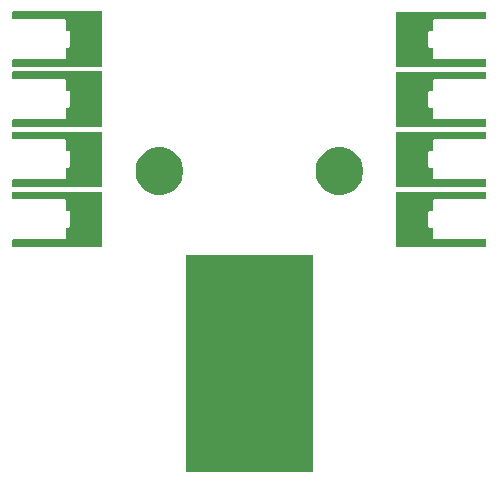
<source format=gbr>
G04 #@! TF.GenerationSoftware,KiCad,Pcbnew,5.1.4*
G04 #@! TF.CreationDate,2023-03-01T06:14:34-07:00*
G04 #@! TF.ProjectId,sleigh,736c6569-6768-42e6-9b69-6361645f7063,rev?*
G04 #@! TF.SameCoordinates,Original*
G04 #@! TF.FileFunction,Soldermask,Top*
G04 #@! TF.FilePolarity,Negative*
%FSLAX46Y46*%
G04 Gerber Fmt 4.6, Leading zero omitted, Abs format (unit mm)*
G04 Created by KiCad (PCBNEW 5.1.4) date 2023-03-01 06:14:34*
%MOMM*%
%LPD*%
G04 APERTURE LIST*
%ADD10C,0.100000*%
G04 APERTURE END LIST*
D10*
G36*
X157734000Y-110744000D02*
G01*
X147066000Y-110744000D01*
X147066000Y-92456000D01*
X157734000Y-92456000D01*
X157734000Y-110744000D01*
G37*
X157734000Y-110744000D02*
X147066000Y-110744000D01*
X147066000Y-92456000D01*
X157734000Y-92456000D01*
X157734000Y-110744000D01*
G36*
X154580000Y-94577000D02*
G01*
X154220000Y-94577000D01*
X154220000Y-92875000D01*
X154580000Y-92875000D01*
X154580000Y-94577000D01*
X154580000Y-94577000D01*
G37*
G36*
X153780000Y-94577000D02*
G01*
X153420000Y-94577000D01*
X153420000Y-92875000D01*
X153780000Y-92875000D01*
X153780000Y-94577000D01*
X153780000Y-94577000D01*
G37*
G36*
X152980000Y-94577000D02*
G01*
X152620000Y-94577000D01*
X152620000Y-92875000D01*
X152980000Y-92875000D01*
X152980000Y-94577000D01*
X152980000Y-94577000D01*
G37*
G36*
X152180000Y-94577000D02*
G01*
X151820000Y-94577000D01*
X151820000Y-92875000D01*
X152180000Y-92875000D01*
X152180000Y-94577000D01*
X152180000Y-94577000D01*
G37*
G36*
X151380000Y-94577000D02*
G01*
X151020000Y-94577000D01*
X151020000Y-92875000D01*
X151380000Y-92875000D01*
X151380000Y-94577000D01*
X151380000Y-94577000D01*
G37*
G36*
X150580000Y-94577000D02*
G01*
X150220000Y-94577000D01*
X150220000Y-92875000D01*
X150580000Y-92875000D01*
X150580000Y-94577000D01*
X150580000Y-94577000D01*
G37*
G36*
X149780000Y-94577000D02*
G01*
X149420000Y-94577000D01*
X149420000Y-92875000D01*
X149780000Y-92875000D01*
X149780000Y-94577000D01*
X149780000Y-94577000D01*
G37*
G36*
X157601000Y-94577000D02*
G01*
X155999000Y-94577000D01*
X155999000Y-92475000D01*
X157601000Y-92475000D01*
X157601000Y-94577000D01*
X157601000Y-94577000D01*
G37*
G36*
X148801000Y-94577000D02*
G01*
X147199000Y-94577000D01*
X147199000Y-92475000D01*
X148801000Y-92475000D01*
X148801000Y-94577000D01*
X148801000Y-94577000D01*
G37*
G36*
X155380000Y-94577000D02*
G01*
X155020000Y-94577000D01*
X155020000Y-92875000D01*
X155380000Y-92875000D01*
X155380000Y-94577000D01*
X155380000Y-94577000D01*
G37*
G36*
X139903999Y-87097737D02*
G01*
X139913608Y-87100652D01*
X139922472Y-87105390D01*
X139930237Y-87111763D01*
X139936610Y-87119528D01*
X139941348Y-87128392D01*
X139944263Y-87138001D01*
X139945852Y-87154140D01*
X139945852Y-88691859D01*
X139944090Y-88709748D01*
X139944090Y-88734252D01*
X139945000Y-88738828D01*
X139945000Y-90158649D01*
X139943488Y-90173999D01*
X139944090Y-90186252D01*
X139945852Y-90204141D01*
X139945852Y-91741860D01*
X139944263Y-91757999D01*
X139941348Y-91767608D01*
X139936610Y-91776472D01*
X139930237Y-91784237D01*
X139922472Y-91790610D01*
X139913608Y-91795348D01*
X139903999Y-91798263D01*
X139887860Y-91799852D01*
X132400140Y-91799852D01*
X132384001Y-91798263D01*
X132374392Y-91795348D01*
X132365528Y-91790610D01*
X132357763Y-91784237D01*
X132351390Y-91776472D01*
X132346652Y-91767608D01*
X132343737Y-91757999D01*
X132342148Y-91741860D01*
X132342148Y-91204140D01*
X132343737Y-91188001D01*
X132346652Y-91178392D01*
X132351390Y-91169528D01*
X132357763Y-91161763D01*
X132365528Y-91155390D01*
X132374392Y-91150652D01*
X132384001Y-91147737D01*
X132400140Y-91146148D01*
X136717149Y-91146148D01*
X136741535Y-91143746D01*
X136764984Y-91136633D01*
X136786595Y-91125082D01*
X136805537Y-91109537D01*
X136821082Y-91090595D01*
X136832633Y-91068984D01*
X136839746Y-91045535D01*
X136842148Y-91021149D01*
X136842148Y-90204140D01*
X136843737Y-90188001D01*
X136846652Y-90178392D01*
X136851390Y-90169528D01*
X136857763Y-90161763D01*
X136865528Y-90155390D01*
X136874392Y-90150652D01*
X136884001Y-90147737D01*
X136900140Y-90146148D01*
X137118001Y-90146148D01*
X137142387Y-90143746D01*
X137165836Y-90136633D01*
X137187447Y-90125082D01*
X137206389Y-90109537D01*
X137221934Y-90090595D01*
X137233485Y-90068984D01*
X137240598Y-90045535D01*
X137243000Y-90021149D01*
X137243000Y-88874851D01*
X137240598Y-88850465D01*
X137233485Y-88827016D01*
X137221934Y-88805405D01*
X137206389Y-88786463D01*
X137187447Y-88770918D01*
X137165836Y-88759367D01*
X137142387Y-88752254D01*
X137118001Y-88749852D01*
X136900140Y-88749852D01*
X136884001Y-88748263D01*
X136874392Y-88745348D01*
X136865528Y-88740610D01*
X136857763Y-88734237D01*
X136851390Y-88726472D01*
X136846652Y-88717608D01*
X136843737Y-88707999D01*
X136842148Y-88691860D01*
X136842148Y-87874851D01*
X136839746Y-87850465D01*
X136832633Y-87827016D01*
X136821082Y-87805405D01*
X136805537Y-87786463D01*
X136786595Y-87770918D01*
X136764984Y-87759367D01*
X136741535Y-87752254D01*
X136717149Y-87749852D01*
X132400140Y-87749852D01*
X132384001Y-87748263D01*
X132374392Y-87745348D01*
X132365528Y-87740610D01*
X132357763Y-87734237D01*
X132351390Y-87726472D01*
X132346652Y-87717608D01*
X132343737Y-87707999D01*
X132342148Y-87691860D01*
X132342148Y-87154140D01*
X132343737Y-87138001D01*
X132346652Y-87128392D01*
X132351390Y-87119528D01*
X132357763Y-87111763D01*
X132365528Y-87105390D01*
X132374392Y-87100652D01*
X132384001Y-87097737D01*
X132400140Y-87096148D01*
X139887860Y-87096148D01*
X139903999Y-87097737D01*
X139903999Y-87097737D01*
G37*
G36*
X172415999Y-87097737D02*
G01*
X172425608Y-87100652D01*
X172434472Y-87105390D01*
X172442237Y-87111763D01*
X172448610Y-87119528D01*
X172453348Y-87128392D01*
X172456263Y-87138001D01*
X172457852Y-87154140D01*
X172457852Y-87691860D01*
X172456263Y-87707999D01*
X172453348Y-87717608D01*
X172448610Y-87726472D01*
X172442237Y-87734237D01*
X172434472Y-87740610D01*
X172425608Y-87745348D01*
X172415999Y-87748263D01*
X172399860Y-87749852D01*
X168082851Y-87749852D01*
X168058465Y-87752254D01*
X168035016Y-87759367D01*
X168013405Y-87770918D01*
X167994463Y-87786463D01*
X167978918Y-87805405D01*
X167967367Y-87827016D01*
X167960254Y-87850465D01*
X167957852Y-87874851D01*
X167957852Y-88691860D01*
X167956263Y-88707999D01*
X167953348Y-88717608D01*
X167948610Y-88726472D01*
X167942237Y-88734237D01*
X167934472Y-88740610D01*
X167925608Y-88745348D01*
X167915999Y-88748263D01*
X167899860Y-88749852D01*
X167681999Y-88749852D01*
X167657613Y-88752254D01*
X167634164Y-88759367D01*
X167612553Y-88770918D01*
X167593611Y-88786463D01*
X167578066Y-88805405D01*
X167566515Y-88827016D01*
X167559402Y-88850465D01*
X167557000Y-88874851D01*
X167557000Y-90021149D01*
X167559402Y-90045535D01*
X167566515Y-90068984D01*
X167578066Y-90090595D01*
X167593611Y-90109537D01*
X167612553Y-90125082D01*
X167634164Y-90136633D01*
X167657613Y-90143746D01*
X167681999Y-90146148D01*
X167899860Y-90146148D01*
X167915999Y-90147737D01*
X167925608Y-90150652D01*
X167934472Y-90155390D01*
X167942237Y-90161763D01*
X167948610Y-90169528D01*
X167953348Y-90178392D01*
X167956263Y-90188001D01*
X167957852Y-90204140D01*
X167957852Y-91021149D01*
X167960254Y-91045535D01*
X167967367Y-91068984D01*
X167978918Y-91090595D01*
X167994463Y-91109537D01*
X168013405Y-91125082D01*
X168035016Y-91136633D01*
X168058465Y-91143746D01*
X168082851Y-91146148D01*
X172399860Y-91146148D01*
X172415999Y-91147737D01*
X172425608Y-91150652D01*
X172434472Y-91155390D01*
X172442237Y-91161763D01*
X172448610Y-91169528D01*
X172453348Y-91178392D01*
X172456263Y-91188001D01*
X172457852Y-91204140D01*
X172457852Y-91741860D01*
X172456263Y-91757999D01*
X172453348Y-91767608D01*
X172448610Y-91776472D01*
X172442237Y-91784237D01*
X172434472Y-91790610D01*
X172425608Y-91795348D01*
X172415999Y-91798263D01*
X172399860Y-91799852D01*
X164912140Y-91799852D01*
X164896001Y-91798263D01*
X164886392Y-91795348D01*
X164877528Y-91790610D01*
X164869763Y-91784237D01*
X164863390Y-91776472D01*
X164858652Y-91767608D01*
X164855737Y-91757999D01*
X164854148Y-91741860D01*
X164854148Y-90204141D01*
X164855910Y-90186252D01*
X164855910Y-90161748D01*
X164855000Y-90157172D01*
X164855000Y-88737351D01*
X164856512Y-88722001D01*
X164855910Y-88709748D01*
X164854148Y-88691859D01*
X164854148Y-87154140D01*
X164855737Y-87138001D01*
X164858652Y-87128392D01*
X164863390Y-87119528D01*
X164869763Y-87111763D01*
X164877528Y-87105390D01*
X164886392Y-87100652D01*
X164896001Y-87097737D01*
X164912140Y-87096148D01*
X172399860Y-87096148D01*
X172415999Y-87097737D01*
X172415999Y-87097737D01*
G37*
G36*
X145369503Y-83416665D02*
G01*
X145737301Y-83569012D01*
X145737303Y-83569013D01*
X145874387Y-83660610D01*
X146068312Y-83790186D01*
X146349814Y-84071688D01*
X146570988Y-84402699D01*
X146723335Y-84770497D01*
X146801000Y-85160948D01*
X146801000Y-85559052D01*
X146723335Y-85949503D01*
X146653541Y-86118000D01*
X146570987Y-86317303D01*
X146349813Y-86648313D01*
X146068313Y-86929813D01*
X145737303Y-87150987D01*
X145737302Y-87150988D01*
X145737301Y-87150988D01*
X145369503Y-87303335D01*
X144979052Y-87381000D01*
X144580948Y-87381000D01*
X144190497Y-87303335D01*
X143822699Y-87150988D01*
X143822698Y-87150988D01*
X143822697Y-87150987D01*
X143491687Y-86929813D01*
X143210187Y-86648313D01*
X142989013Y-86317303D01*
X142906459Y-86118000D01*
X142836665Y-85949503D01*
X142759000Y-85559052D01*
X142759000Y-85160948D01*
X142836665Y-84770497D01*
X142989012Y-84402699D01*
X143210186Y-84071688D01*
X143491688Y-83790186D01*
X143685613Y-83660610D01*
X143822697Y-83569013D01*
X143822699Y-83569012D01*
X144190497Y-83416665D01*
X144580948Y-83339000D01*
X144979052Y-83339000D01*
X145369503Y-83416665D01*
X145369503Y-83416665D01*
G37*
G36*
X160609503Y-83416665D02*
G01*
X160977301Y-83569012D01*
X160977303Y-83569013D01*
X161114387Y-83660610D01*
X161308312Y-83790186D01*
X161589814Y-84071688D01*
X161810988Y-84402699D01*
X161963335Y-84770497D01*
X162041000Y-85160948D01*
X162041000Y-85559052D01*
X161963335Y-85949503D01*
X161893541Y-86118000D01*
X161810987Y-86317303D01*
X161589813Y-86648313D01*
X161308313Y-86929813D01*
X160977303Y-87150987D01*
X160977302Y-87150988D01*
X160977301Y-87150988D01*
X160609503Y-87303335D01*
X160219052Y-87381000D01*
X159820948Y-87381000D01*
X159430497Y-87303335D01*
X159062699Y-87150988D01*
X159062698Y-87150988D01*
X159062697Y-87150987D01*
X158731687Y-86929813D01*
X158450187Y-86648313D01*
X158229013Y-86317303D01*
X158146459Y-86118000D01*
X158076665Y-85949503D01*
X157999000Y-85559052D01*
X157999000Y-85160948D01*
X158076665Y-84770497D01*
X158229012Y-84402699D01*
X158450186Y-84071688D01*
X158731688Y-83790186D01*
X158925613Y-83660610D01*
X159062697Y-83569013D01*
X159062699Y-83569012D01*
X159430497Y-83416665D01*
X159820948Y-83339000D01*
X160219052Y-83339000D01*
X160609503Y-83416665D01*
X160609503Y-83416665D01*
G37*
G36*
X139903999Y-82017737D02*
G01*
X139913608Y-82020652D01*
X139922472Y-82025390D01*
X139930237Y-82031763D01*
X139936610Y-82039528D01*
X139941348Y-82048392D01*
X139944263Y-82058001D01*
X139945852Y-82074140D01*
X139945852Y-83611859D01*
X139944090Y-83629748D01*
X139944090Y-83654252D01*
X139945000Y-83658828D01*
X139945000Y-85078649D01*
X139943488Y-85093999D01*
X139944090Y-85106252D01*
X139945852Y-85124141D01*
X139945852Y-86661860D01*
X139944263Y-86677999D01*
X139941348Y-86687608D01*
X139936610Y-86696472D01*
X139930237Y-86704237D01*
X139922472Y-86710610D01*
X139913608Y-86715348D01*
X139903999Y-86718263D01*
X139887860Y-86719852D01*
X132400140Y-86719852D01*
X132384001Y-86718263D01*
X132374392Y-86715348D01*
X132365528Y-86710610D01*
X132357763Y-86704237D01*
X132351390Y-86696472D01*
X132346652Y-86687608D01*
X132343737Y-86677999D01*
X132342148Y-86661860D01*
X132342148Y-86124140D01*
X132343737Y-86108001D01*
X132346652Y-86098392D01*
X132351390Y-86089528D01*
X132357763Y-86081763D01*
X132365528Y-86075390D01*
X132374392Y-86070652D01*
X132384001Y-86067737D01*
X132400140Y-86066148D01*
X136717149Y-86066148D01*
X136741535Y-86063746D01*
X136764984Y-86056633D01*
X136786595Y-86045082D01*
X136805537Y-86029537D01*
X136821082Y-86010595D01*
X136832633Y-85988984D01*
X136839746Y-85965535D01*
X136842148Y-85941149D01*
X136842148Y-85124140D01*
X136843737Y-85108001D01*
X136846652Y-85098392D01*
X136851390Y-85089528D01*
X136857763Y-85081763D01*
X136865528Y-85075390D01*
X136874392Y-85070652D01*
X136884001Y-85067737D01*
X136900140Y-85066148D01*
X137118001Y-85066148D01*
X137142387Y-85063746D01*
X137165836Y-85056633D01*
X137187447Y-85045082D01*
X137206389Y-85029537D01*
X137221934Y-85010595D01*
X137233485Y-84988984D01*
X137240598Y-84965535D01*
X137243000Y-84941149D01*
X137243000Y-83794851D01*
X137240598Y-83770465D01*
X137233485Y-83747016D01*
X137221934Y-83725405D01*
X137206389Y-83706463D01*
X137187447Y-83690918D01*
X137165836Y-83679367D01*
X137142387Y-83672254D01*
X137118001Y-83669852D01*
X136900140Y-83669852D01*
X136884001Y-83668263D01*
X136874392Y-83665348D01*
X136865528Y-83660610D01*
X136857763Y-83654237D01*
X136851390Y-83646472D01*
X136846652Y-83637608D01*
X136843737Y-83627999D01*
X136842148Y-83611860D01*
X136842148Y-82794851D01*
X136839746Y-82770465D01*
X136832633Y-82747016D01*
X136821082Y-82725405D01*
X136805537Y-82706463D01*
X136786595Y-82690918D01*
X136764984Y-82679367D01*
X136741535Y-82672254D01*
X136717149Y-82669852D01*
X132400140Y-82669852D01*
X132384001Y-82668263D01*
X132374392Y-82665348D01*
X132365528Y-82660610D01*
X132357763Y-82654237D01*
X132351390Y-82646472D01*
X132346652Y-82637608D01*
X132343737Y-82627999D01*
X132342148Y-82611860D01*
X132342148Y-82074140D01*
X132343737Y-82058001D01*
X132346652Y-82048392D01*
X132351390Y-82039528D01*
X132357763Y-82031763D01*
X132365528Y-82025390D01*
X132374392Y-82020652D01*
X132384001Y-82017737D01*
X132400140Y-82016148D01*
X139887860Y-82016148D01*
X139903999Y-82017737D01*
X139903999Y-82017737D01*
G37*
G36*
X172415999Y-82017737D02*
G01*
X172425608Y-82020652D01*
X172434472Y-82025390D01*
X172442237Y-82031763D01*
X172448610Y-82039528D01*
X172453348Y-82048392D01*
X172456263Y-82058001D01*
X172457852Y-82074140D01*
X172457852Y-82611860D01*
X172456263Y-82627999D01*
X172453348Y-82637608D01*
X172448610Y-82646472D01*
X172442237Y-82654237D01*
X172434472Y-82660610D01*
X172425608Y-82665348D01*
X172415999Y-82668263D01*
X172399860Y-82669852D01*
X168082851Y-82669852D01*
X168058465Y-82672254D01*
X168035016Y-82679367D01*
X168013405Y-82690918D01*
X167994463Y-82706463D01*
X167978918Y-82725405D01*
X167967367Y-82747016D01*
X167960254Y-82770465D01*
X167957852Y-82794851D01*
X167957852Y-83611860D01*
X167956263Y-83627999D01*
X167953348Y-83637608D01*
X167948610Y-83646472D01*
X167942237Y-83654237D01*
X167934472Y-83660610D01*
X167925608Y-83665348D01*
X167915999Y-83668263D01*
X167899860Y-83669852D01*
X167681999Y-83669852D01*
X167657613Y-83672254D01*
X167634164Y-83679367D01*
X167612553Y-83690918D01*
X167593611Y-83706463D01*
X167578066Y-83725405D01*
X167566515Y-83747016D01*
X167559402Y-83770465D01*
X167557000Y-83794851D01*
X167557000Y-84941149D01*
X167559402Y-84965535D01*
X167566515Y-84988984D01*
X167578066Y-85010595D01*
X167593611Y-85029537D01*
X167612553Y-85045082D01*
X167634164Y-85056633D01*
X167657613Y-85063746D01*
X167681999Y-85066148D01*
X167899860Y-85066148D01*
X167915999Y-85067737D01*
X167925608Y-85070652D01*
X167934472Y-85075390D01*
X167942237Y-85081763D01*
X167948610Y-85089528D01*
X167953348Y-85098392D01*
X167956263Y-85108001D01*
X167957852Y-85124140D01*
X167957852Y-85941149D01*
X167960254Y-85965535D01*
X167967367Y-85988984D01*
X167978918Y-86010595D01*
X167994463Y-86029537D01*
X168013405Y-86045082D01*
X168035016Y-86056633D01*
X168058465Y-86063746D01*
X168082851Y-86066148D01*
X172399860Y-86066148D01*
X172415999Y-86067737D01*
X172425608Y-86070652D01*
X172434472Y-86075390D01*
X172442237Y-86081763D01*
X172448610Y-86089528D01*
X172453348Y-86098392D01*
X172456263Y-86108001D01*
X172457852Y-86124140D01*
X172457852Y-86661860D01*
X172456263Y-86677999D01*
X172453348Y-86687608D01*
X172448610Y-86696472D01*
X172442237Y-86704237D01*
X172434472Y-86710610D01*
X172425608Y-86715348D01*
X172415999Y-86718263D01*
X172399860Y-86719852D01*
X164912140Y-86719852D01*
X164896001Y-86718263D01*
X164886392Y-86715348D01*
X164877528Y-86710610D01*
X164869763Y-86704237D01*
X164863390Y-86696472D01*
X164858652Y-86687608D01*
X164855737Y-86677999D01*
X164854148Y-86661860D01*
X164854148Y-85124141D01*
X164855910Y-85106252D01*
X164855910Y-85081748D01*
X164855000Y-85077172D01*
X164855000Y-83657351D01*
X164856512Y-83642001D01*
X164855910Y-83629748D01*
X164854148Y-83611859D01*
X164854148Y-82074140D01*
X164855737Y-82058001D01*
X164858652Y-82048392D01*
X164863390Y-82039528D01*
X164869763Y-82031763D01*
X164877528Y-82025390D01*
X164886392Y-82020652D01*
X164896001Y-82017737D01*
X164912140Y-82016148D01*
X172399860Y-82016148D01*
X172415999Y-82017737D01*
X172415999Y-82017737D01*
G37*
G36*
X172415999Y-76937737D02*
G01*
X172425608Y-76940652D01*
X172434472Y-76945390D01*
X172442237Y-76951763D01*
X172448610Y-76959528D01*
X172453348Y-76968392D01*
X172456263Y-76978001D01*
X172457852Y-76994140D01*
X172457852Y-77531860D01*
X172456263Y-77547999D01*
X172453348Y-77557608D01*
X172448610Y-77566472D01*
X172442237Y-77574237D01*
X172434472Y-77580610D01*
X172425608Y-77585348D01*
X172415999Y-77588263D01*
X172399860Y-77589852D01*
X168082851Y-77589852D01*
X168058465Y-77592254D01*
X168035016Y-77599367D01*
X168013405Y-77610918D01*
X167994463Y-77626463D01*
X167978918Y-77645405D01*
X167967367Y-77667016D01*
X167960254Y-77690465D01*
X167957852Y-77714851D01*
X167957852Y-78531860D01*
X167956263Y-78547999D01*
X167953348Y-78557608D01*
X167948610Y-78566472D01*
X167942237Y-78574237D01*
X167934472Y-78580610D01*
X167925608Y-78585348D01*
X167915999Y-78588263D01*
X167899860Y-78589852D01*
X167681999Y-78589852D01*
X167657613Y-78592254D01*
X167634164Y-78599367D01*
X167612553Y-78610918D01*
X167593611Y-78626463D01*
X167578066Y-78645405D01*
X167566515Y-78667016D01*
X167559402Y-78690465D01*
X167557000Y-78714851D01*
X167557000Y-79861149D01*
X167559402Y-79885535D01*
X167566515Y-79908984D01*
X167578066Y-79930595D01*
X167593611Y-79949537D01*
X167612553Y-79965082D01*
X167634164Y-79976633D01*
X167657613Y-79983746D01*
X167681999Y-79986148D01*
X167899860Y-79986148D01*
X167915999Y-79987737D01*
X167925608Y-79990652D01*
X167934472Y-79995390D01*
X167942237Y-80001763D01*
X167948610Y-80009528D01*
X167953348Y-80018392D01*
X167956263Y-80028001D01*
X167957852Y-80044140D01*
X167957852Y-80861149D01*
X167960254Y-80885535D01*
X167967367Y-80908984D01*
X167978918Y-80930595D01*
X167994463Y-80949537D01*
X168013405Y-80965082D01*
X168035016Y-80976633D01*
X168058465Y-80983746D01*
X168082851Y-80986148D01*
X172399860Y-80986148D01*
X172415999Y-80987737D01*
X172425608Y-80990652D01*
X172434472Y-80995390D01*
X172442237Y-81001763D01*
X172448610Y-81009528D01*
X172453348Y-81018392D01*
X172456263Y-81028001D01*
X172457852Y-81044140D01*
X172457852Y-81581860D01*
X172456263Y-81597999D01*
X172453348Y-81607608D01*
X172448610Y-81616472D01*
X172442237Y-81624237D01*
X172434472Y-81630610D01*
X172425608Y-81635348D01*
X172415999Y-81638263D01*
X172399860Y-81639852D01*
X164912140Y-81639852D01*
X164896001Y-81638263D01*
X164886392Y-81635348D01*
X164877528Y-81630610D01*
X164869763Y-81624237D01*
X164863390Y-81616472D01*
X164858652Y-81607608D01*
X164855737Y-81597999D01*
X164854148Y-81581860D01*
X164854148Y-80044141D01*
X164855910Y-80026252D01*
X164855910Y-80001748D01*
X164855000Y-79997172D01*
X164855000Y-78577351D01*
X164856512Y-78562001D01*
X164855910Y-78549748D01*
X164854148Y-78531859D01*
X164854148Y-76994140D01*
X164855737Y-76978001D01*
X164858652Y-76968392D01*
X164863390Y-76959528D01*
X164869763Y-76951763D01*
X164877528Y-76945390D01*
X164886392Y-76940652D01*
X164896001Y-76937737D01*
X164912140Y-76936148D01*
X172399860Y-76936148D01*
X172415999Y-76937737D01*
X172415999Y-76937737D01*
G37*
G36*
X139903999Y-76929737D02*
G01*
X139913608Y-76932652D01*
X139922472Y-76937390D01*
X139930237Y-76943763D01*
X139936610Y-76951528D01*
X139941348Y-76960392D01*
X139944263Y-76970001D01*
X139945852Y-76986140D01*
X139945852Y-78523859D01*
X139944090Y-78541748D01*
X139944090Y-78566252D01*
X139945000Y-78570828D01*
X139945000Y-79990649D01*
X139943488Y-80005999D01*
X139944090Y-80018252D01*
X139945852Y-80036141D01*
X139945852Y-81573860D01*
X139944263Y-81589999D01*
X139941348Y-81599608D01*
X139936610Y-81608472D01*
X139930237Y-81616237D01*
X139922472Y-81622610D01*
X139913608Y-81627348D01*
X139903999Y-81630263D01*
X139887860Y-81631852D01*
X132400140Y-81631852D01*
X132384001Y-81630263D01*
X132374392Y-81627348D01*
X132365528Y-81622610D01*
X132357763Y-81616237D01*
X132351390Y-81608472D01*
X132346652Y-81599608D01*
X132343737Y-81589999D01*
X132342148Y-81573860D01*
X132342148Y-81036140D01*
X132343737Y-81020001D01*
X132346652Y-81010392D01*
X132351390Y-81001528D01*
X132357763Y-80993763D01*
X132365528Y-80987390D01*
X132374392Y-80982652D01*
X132384001Y-80979737D01*
X132400140Y-80978148D01*
X136717149Y-80978148D01*
X136741535Y-80975746D01*
X136764984Y-80968633D01*
X136786595Y-80957082D01*
X136805537Y-80941537D01*
X136821082Y-80922595D01*
X136832633Y-80900984D01*
X136839746Y-80877535D01*
X136842148Y-80853149D01*
X136842148Y-80036140D01*
X136843737Y-80020001D01*
X136846652Y-80010392D01*
X136851390Y-80001528D01*
X136857763Y-79993763D01*
X136865528Y-79987390D01*
X136874392Y-79982652D01*
X136884001Y-79979737D01*
X136900140Y-79978148D01*
X137118001Y-79978148D01*
X137142387Y-79975746D01*
X137165836Y-79968633D01*
X137187447Y-79957082D01*
X137206389Y-79941537D01*
X137221934Y-79922595D01*
X137233485Y-79900984D01*
X137240598Y-79877535D01*
X137243000Y-79853149D01*
X137243000Y-78706851D01*
X137240598Y-78682465D01*
X137233485Y-78659016D01*
X137221934Y-78637405D01*
X137206389Y-78618463D01*
X137187447Y-78602918D01*
X137165836Y-78591367D01*
X137142387Y-78584254D01*
X137118001Y-78581852D01*
X136900140Y-78581852D01*
X136884001Y-78580263D01*
X136874392Y-78577348D01*
X136865528Y-78572610D01*
X136857763Y-78566237D01*
X136851390Y-78558472D01*
X136846652Y-78549608D01*
X136843737Y-78539999D01*
X136842148Y-78523860D01*
X136842148Y-77706851D01*
X136839746Y-77682465D01*
X136832633Y-77659016D01*
X136821082Y-77637405D01*
X136805537Y-77618463D01*
X136786595Y-77602918D01*
X136764984Y-77591367D01*
X136741535Y-77584254D01*
X136717149Y-77581852D01*
X132400140Y-77581852D01*
X132384001Y-77580263D01*
X132374392Y-77577348D01*
X132365528Y-77572610D01*
X132357763Y-77566237D01*
X132351390Y-77558472D01*
X132346652Y-77549608D01*
X132343737Y-77539999D01*
X132342148Y-77523860D01*
X132342148Y-76986140D01*
X132343737Y-76970001D01*
X132346652Y-76960392D01*
X132351390Y-76951528D01*
X132357763Y-76943763D01*
X132365528Y-76937390D01*
X132374392Y-76932652D01*
X132384001Y-76929737D01*
X132400140Y-76928148D01*
X139887860Y-76928148D01*
X139903999Y-76929737D01*
X139903999Y-76929737D01*
G37*
G36*
X172415999Y-71857737D02*
G01*
X172425608Y-71860652D01*
X172434472Y-71865390D01*
X172442237Y-71871763D01*
X172448610Y-71879528D01*
X172453348Y-71888392D01*
X172456263Y-71898001D01*
X172457852Y-71914140D01*
X172457852Y-72451860D01*
X172456263Y-72467999D01*
X172453348Y-72477608D01*
X172448610Y-72486472D01*
X172442237Y-72494237D01*
X172434472Y-72500610D01*
X172425608Y-72505348D01*
X172415999Y-72508263D01*
X172399860Y-72509852D01*
X168082851Y-72509852D01*
X168058465Y-72512254D01*
X168035016Y-72519367D01*
X168013405Y-72530918D01*
X167994463Y-72546463D01*
X167978918Y-72565405D01*
X167967367Y-72587016D01*
X167960254Y-72610465D01*
X167957852Y-72634851D01*
X167957852Y-73451860D01*
X167956263Y-73467999D01*
X167953348Y-73477608D01*
X167948610Y-73486472D01*
X167942237Y-73494237D01*
X167934472Y-73500610D01*
X167925608Y-73505348D01*
X167915999Y-73508263D01*
X167899860Y-73509852D01*
X167681999Y-73509852D01*
X167657613Y-73512254D01*
X167634164Y-73519367D01*
X167612553Y-73530918D01*
X167593611Y-73546463D01*
X167578066Y-73565405D01*
X167566515Y-73587016D01*
X167559402Y-73610465D01*
X167557000Y-73634851D01*
X167557000Y-74781149D01*
X167559402Y-74805535D01*
X167566515Y-74828984D01*
X167578066Y-74850595D01*
X167593611Y-74869537D01*
X167612553Y-74885082D01*
X167634164Y-74896633D01*
X167657613Y-74903746D01*
X167681999Y-74906148D01*
X167899860Y-74906148D01*
X167915999Y-74907737D01*
X167925608Y-74910652D01*
X167934472Y-74915390D01*
X167942237Y-74921763D01*
X167948610Y-74929528D01*
X167953348Y-74938392D01*
X167956263Y-74948001D01*
X167957852Y-74964140D01*
X167957852Y-75781149D01*
X167960254Y-75805535D01*
X167967367Y-75828984D01*
X167978918Y-75850595D01*
X167994463Y-75869537D01*
X168013405Y-75885082D01*
X168035016Y-75896633D01*
X168058465Y-75903746D01*
X168082851Y-75906148D01*
X172399860Y-75906148D01*
X172415999Y-75907737D01*
X172425608Y-75910652D01*
X172434472Y-75915390D01*
X172442237Y-75921763D01*
X172448610Y-75929528D01*
X172453348Y-75938392D01*
X172456263Y-75948001D01*
X172457852Y-75964140D01*
X172457852Y-76501860D01*
X172456263Y-76517999D01*
X172453348Y-76527608D01*
X172448610Y-76536472D01*
X172442237Y-76544237D01*
X172434472Y-76550610D01*
X172425608Y-76555348D01*
X172415999Y-76558263D01*
X172399860Y-76559852D01*
X164912140Y-76559852D01*
X164896001Y-76558263D01*
X164886392Y-76555348D01*
X164877528Y-76550610D01*
X164869763Y-76544237D01*
X164863390Y-76536472D01*
X164858652Y-76527608D01*
X164855737Y-76517999D01*
X164854148Y-76501860D01*
X164854148Y-74964141D01*
X164855910Y-74946252D01*
X164855910Y-74921748D01*
X164855000Y-74917172D01*
X164855000Y-73497351D01*
X164856512Y-73482001D01*
X164855910Y-73469748D01*
X164854148Y-73451859D01*
X164854148Y-71914140D01*
X164855737Y-71898001D01*
X164858652Y-71888392D01*
X164863390Y-71879528D01*
X164869763Y-71871763D01*
X164877528Y-71865390D01*
X164886392Y-71860652D01*
X164896001Y-71857737D01*
X164912140Y-71856148D01*
X172399860Y-71856148D01*
X172415999Y-71857737D01*
X172415999Y-71857737D01*
G37*
G36*
X139903999Y-71849737D02*
G01*
X139913608Y-71852652D01*
X139922472Y-71857390D01*
X139930237Y-71863763D01*
X139936610Y-71871528D01*
X139941348Y-71880392D01*
X139944263Y-71890001D01*
X139945852Y-71906140D01*
X139945852Y-73443859D01*
X139944090Y-73461748D01*
X139944090Y-73486252D01*
X139945000Y-73490828D01*
X139945000Y-74910649D01*
X139943488Y-74925999D01*
X139944090Y-74938252D01*
X139945852Y-74956141D01*
X139945852Y-76493860D01*
X139944263Y-76509999D01*
X139941348Y-76519608D01*
X139936610Y-76528472D01*
X139930237Y-76536237D01*
X139922472Y-76542610D01*
X139913608Y-76547348D01*
X139903999Y-76550263D01*
X139887860Y-76551852D01*
X132400140Y-76551852D01*
X132384001Y-76550263D01*
X132374392Y-76547348D01*
X132365528Y-76542610D01*
X132357763Y-76536237D01*
X132351390Y-76528472D01*
X132346652Y-76519608D01*
X132343737Y-76509999D01*
X132342148Y-76493860D01*
X132342148Y-75956140D01*
X132343737Y-75940001D01*
X132346652Y-75930392D01*
X132351390Y-75921528D01*
X132357763Y-75913763D01*
X132365528Y-75907390D01*
X132374392Y-75902652D01*
X132384001Y-75899737D01*
X132400140Y-75898148D01*
X136717149Y-75898148D01*
X136741535Y-75895746D01*
X136764984Y-75888633D01*
X136786595Y-75877082D01*
X136805537Y-75861537D01*
X136821082Y-75842595D01*
X136832633Y-75820984D01*
X136839746Y-75797535D01*
X136842148Y-75773149D01*
X136842148Y-74956140D01*
X136843737Y-74940001D01*
X136846652Y-74930392D01*
X136851390Y-74921528D01*
X136857763Y-74913763D01*
X136865528Y-74907390D01*
X136874392Y-74902652D01*
X136884001Y-74899737D01*
X136900140Y-74898148D01*
X137118001Y-74898148D01*
X137142387Y-74895746D01*
X137165836Y-74888633D01*
X137187447Y-74877082D01*
X137206389Y-74861537D01*
X137221934Y-74842595D01*
X137233485Y-74820984D01*
X137240598Y-74797535D01*
X137243000Y-74773149D01*
X137243000Y-73626851D01*
X137240598Y-73602465D01*
X137233485Y-73579016D01*
X137221934Y-73557405D01*
X137206389Y-73538463D01*
X137187447Y-73522918D01*
X137165836Y-73511367D01*
X137142387Y-73504254D01*
X137118001Y-73501852D01*
X136900140Y-73501852D01*
X136884001Y-73500263D01*
X136874392Y-73497348D01*
X136865528Y-73492610D01*
X136857763Y-73486237D01*
X136851390Y-73478472D01*
X136846652Y-73469608D01*
X136843737Y-73459999D01*
X136842148Y-73443860D01*
X136842148Y-72626851D01*
X136839746Y-72602465D01*
X136832633Y-72579016D01*
X136821082Y-72557405D01*
X136805537Y-72538463D01*
X136786595Y-72522918D01*
X136764984Y-72511367D01*
X136741535Y-72504254D01*
X136717149Y-72501852D01*
X132400140Y-72501852D01*
X132384001Y-72500263D01*
X132374392Y-72497348D01*
X132365528Y-72492610D01*
X132357763Y-72486237D01*
X132351390Y-72478472D01*
X132346652Y-72469608D01*
X132343737Y-72459999D01*
X132342148Y-72443860D01*
X132342148Y-71906140D01*
X132343737Y-71890001D01*
X132346652Y-71880392D01*
X132351390Y-71871528D01*
X132357763Y-71863763D01*
X132365528Y-71857390D01*
X132374392Y-71852652D01*
X132384001Y-71849737D01*
X132400140Y-71848148D01*
X139887860Y-71848148D01*
X139903999Y-71849737D01*
X139903999Y-71849737D01*
G37*
M02*

</source>
